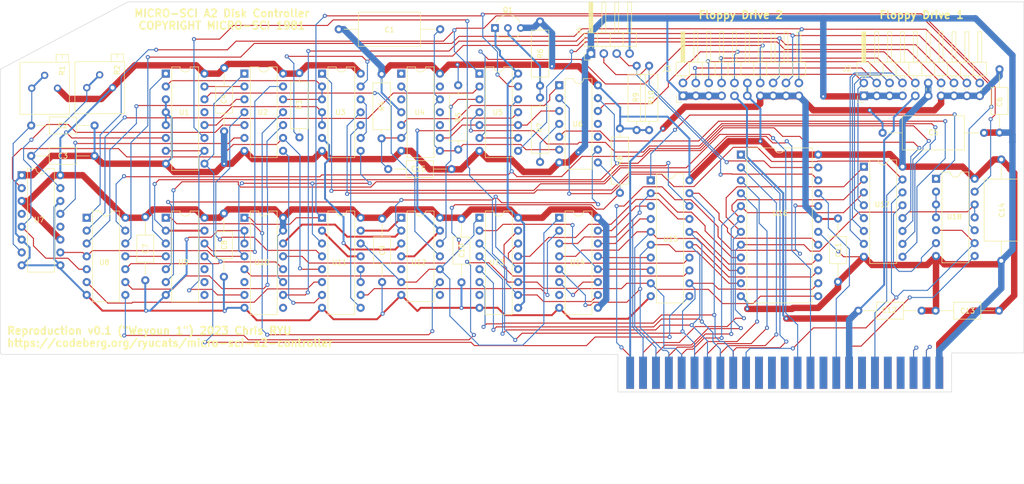
<source format=kicad_pcb>
(kicad_pcb (version 20221018) (generator pcbnew)

  (general
    (thickness 1.6)
  )

  (paper "A4")
  (layers
    (0 "F.Cu" signal)
    (31 "B.Cu" signal)
    (32 "B.Adhes" user "B.Adhesive")
    (33 "F.Adhes" user "F.Adhesive")
    (34 "B.Paste" user)
    (35 "F.Paste" user)
    (36 "B.SilkS" user "B.Silkscreen")
    (37 "F.SilkS" user "F.Silkscreen")
    (38 "B.Mask" user)
    (39 "F.Mask" user)
    (40 "Dwgs.User" user "User.Drawings")
    (41 "Cmts.User" user "User.Comments")
    (42 "Eco1.User" user "User.Eco1")
    (43 "Eco2.User" user "User.Eco2")
    (44 "Edge.Cuts" user)
    (45 "Margin" user)
    (46 "B.CrtYd" user "B.Courtyard")
    (47 "F.CrtYd" user "F.Courtyard")
    (48 "B.Fab" user)
    (49 "F.Fab" user)
    (50 "User.1" user)
    (51 "User.2" user)
    (52 "User.3" user)
    (53 "User.4" user)
    (54 "User.5" user)
    (55 "User.6" user)
    (56 "User.7" user)
    (57 "User.8" user)
    (58 "User.9" user)
  )

  (setup
    (stackup
      (layer "F.SilkS" (type "Top Silk Screen"))
      (layer "F.Paste" (type "Top Solder Paste"))
      (layer "F.Mask" (type "Top Solder Mask") (thickness 0.01))
      (layer "F.Cu" (type "copper") (thickness 0.035))
      (layer "dielectric 1" (type "core") (thickness 1.51) (material "FR4") (epsilon_r 4.5) (loss_tangent 0.02))
      (layer "B.Cu" (type "copper") (thickness 0.035))
      (layer "B.Mask" (type "Bottom Solder Mask") (thickness 0.01))
      (layer "B.Paste" (type "Bottom Solder Paste"))
      (layer "B.SilkS" (type "Bottom Silk Screen"))
      (copper_finish "None")
      (dielectric_constraints no)
    )
    (pad_to_mask_clearance 0)
    (pcbplotparams
      (layerselection 0x00010fc_ffffffff)
      (plot_on_all_layers_selection 0x0000000_00000000)
      (disableapertmacros false)
      (usegerberextensions false)
      (usegerberattributes true)
      (usegerberadvancedattributes true)
      (creategerberjobfile true)
      (dashed_line_dash_ratio 12.000000)
      (dashed_line_gap_ratio 3.000000)
      (svgprecision 4)
      (plotframeref false)
      (viasonmask false)
      (mode 1)
      (useauxorigin false)
      (hpglpennumber 1)
      (hpglpenspeed 20)
      (hpglpendiameter 15.000000)
      (dxfpolygonmode true)
      (dxfimperialunits true)
      (dxfusepcbnewfont true)
      (psnegative false)
      (psa4output false)
      (plotreference true)
      (plotvalue true)
      (plotinvisibletext false)
      (sketchpadsonfab false)
      (subtractmaskfromsilk false)
      (outputformat 1)
      (mirror false)
      (drillshape 1)
      (scaleselection 1)
      (outputdirectory "")
    )
  )

  (net 0 "")
  (net 1 "+5V")
  (net 2 "Net-(U4B-THR)")
  (net 3 "Net-(U7B-RCext)")
  (net 4 "GND")
  (net 5 "Net-(U7A-RCext)")
  (net 6 "Net-(J1-~{DMAIN})")
  (net 7 "Net-(J1-~{INTIN})")
  (net 8 "unconnected-(J1-~{DMA}-Pad22)")
  (net 9 "unconnected-(J1-~{RDY}-Pad21)")
  (net 10 "unconnected-(J1-~{IOSTRB}-Pad20)")
  (net 11 "unconnected-(J1-SYNC-Pad19)")
  (net 12 "R{slash}~{W}")
  (net 13 "unconnected-(J1-A15-Pad17)")
  (net 14 "unconnected-(J1-A14-Pad16)")
  (net 15 "unconnected-(J1-A13-Pad15)")
  (net 16 "unconnected-(J1-A12-Pad14)")
  (net 17 "unconnected-(J1-A11-Pad13)")
  (net 18 "unconnected-(J1-A10-Pad12)")
  (net 19 "unconnected-(J1-A9-Pad11)")
  (net 20 "unconnected-(J1-A8-Pad10)")
  (net 21 "A7")
  (net 22 "A6")
  (net 23 "A5")
  (net 24 "A4")
  (net 25 "A3")
  (net 26 "A2")
  (net 27 "A1")
  (net 28 "A0")
  (net 29 "~{IOSEL}")
  (net 30 "unconnected-(J1-~{NMI}-Pad29)")
  (net 31 "unconnected-(J1-~{IRQ}-Pad30)")
  (net 32 "~{RESET}")
  (net 33 "unconnected-(J1-~{INH}-Pad32)")
  (net 34 "-12V")
  (net 35 "-5V")
  (net 36 "unconnected-(J1-COLORREF{slash}M2B0-Pad35)")
  (net 37 "7M")
  (net 38 "Q3")
  (net 39 "unconnected-(J1-PHI1-Pad38)")
  (net 40 "unconnected-(J1-USER1{slash}SYNC{slash}M2SEL-Pad39)")
  (net 41 "unconnected-(J1-PHI0-Pad40)")
  (net 42 "~{DEVSEL}")
  (net 43 "D7")
  (net 44 "D6")
  (net 45 "D5")
  (net 46 "D4")
  (net 47 "D3")
  (net 48 "D2")
  (net 49 "D1")
  (net 50 "D0")
  (net 51 "+12V")
  (net 52 "PH0")
  (net 53 "PH1")
  (net 54 "PH2")
  (net 55 "PH3")
  (net 56 "~{WREQ}")
  (net 57 "~{EN.A}")
  (net 58 "RD")
  (net 59 "WR")
  (net 60 "PWM")
  (net 61 "~{EN.B}")
  (net 62 "Net-(J4-Pin_2)")
  (net 63 "Net-(J4-Pin_3)")
  (net 64 "Net-(U4A-THR)")
  (net 65 "Net-(R7-Pad1)")
  (net 66 "U10_13")
  (net 67 "Net-(U1-~{MR})")
  (net 68 "Net-(U1-CP)")
  (net 69 "Net-(U1-CEP)")
  (net 70 "Net-(U1-~{PE})")
  (net 71 "Net-(U1-Q3)")
  (net 72 "Net-(U1-Q2)")
  (net 73 "unconnected-(U1-Q1-Pad13)")
  (net 74 "U12_11")
  (net 75 "Net-(U1-TC)")
  (net 76 "Net-(U2-Pad3)")
  (net 77 "Net-(U11-D1)")
  (net 78 "U7_5")
  (net 79 "U7_13")
  (net 80 "U11_7")
  (net 81 "U7_2")
  (net 82 "Net-(U2-Pad10)")
  (net 83 "Net-(U12B-Q)")
  (net 84 "Net-(U2-Pad13)")
  (net 85 "Net-(U3-Pad4)")
  (net 86 "U12_3")
  (net 87 "Net-(U10A-C)")
  (net 88 "Net-(U3-Pad12)")
  (net 89 "Net-(U11-Cp)")
  (net 90 "unconnected-(U4A-DIS-Pad1)")
  (net 91 "unconnected-(U4A-CV-Pad3)")
  (net 92 "Net-(U4A-Q)")
  (net 93 "Net-(U4B-Q)")
  (net 94 "unconnected-(U4B-R-Pad10)")
  (net 95 "unconnected-(U4B-CV-Pad11)")
  (net 96 "unconnected-(U4B-DIS-Pad13)")
  (net 97 "U12_12")
  (net 98 "U17_10")
  (net 99 "U12_13")
  (net 100 "U17_11")
  (net 101 "U11_1")
  (net 102 "U17_9")
  (net 103 "U10_14")
  (net 104 "unconnected-(U6-Pad10)")
  (net 105 "unconnected-(U6-Pad11)")
  (net 106 "Net-(U17-Q7)")
  (net 107 "unconnected-(U7A-~{Q}-Pad4)")
  (net 108 "unconnected-(U7B-~{Q}-Pad12)")
  (net 109 "Net-(U13-S1)")
  (net 110 "Net-(U11-D2)")
  (net 111 "U13_11")
  (net 112 "Net-(U8-Pad11)")
  (net 113 "LATCH_D7")
  (net 114 "unconnected-(U9-Pad8)")
  (net 115 "unconnected-(U9-Pad9)")
  (net 116 "unconnected-(U9-Pad10)")
  (net 117 "U15_11")
  (net 118 "U12_6")
  (net 119 "unconnected-(U10A-Q-Pad6)")
  (net 120 "unconnected-(U10B-~{Q}-Pad9)")
  (net 121 "Net-(U11-D4)")
  (net 122 "U11_10")
  (net 123 "Net-(U11-D3)")
  (net 124 "Net-(U11-Q5)")
  (net 125 "unconnected-(U12A-Q-Pad5)")
  (net 126 "unconnected-(U12B-~{Q}-Pad8)")
  (net 127 "LATCH_D3")
  (net 128 "unconnected-(U13-Dsl-Pad7)")
  (net 129 "LATCH_D6")
  (net 130 "LATCH_D5")
  (net 131 "LATCH_D4")
  (net 132 "unconnected-(U14-Dsl-Pad7)")
  (net 133 "LATCH_D2")
  (net 134 "LATCH_D1")
  (net 135 "LATCH_D0")
  (net 136 "Net-(U15-OE)")
  (net 137 "Net-(U18-Pad2)")
  (net 138 "+5C")
  (net 139 "Net-(Q1-B)")

  (footprint "Package_DIP:DIP-16_W7.62mm" (layer "F.Cu") (at 93.65 103.61))

  (footprint "Capacitor_THT:C_Axial_L12.0mm_D6.5mm_P20.00mm_Horizontal" (layer "F.Cu") (at 219.5 86.85))

  (footprint "Capacitor_THT:C_Axial_L5.1mm_D3.1mm_P12.50mm_Horizontal" (layer "F.Cu") (at 51.6 91.4))

  (footprint "Capacitor_THT:C_Axial_L5.1mm_D3.1mm_P12.50mm_Horizontal" (layer "F.Cu") (at 210.7 103.75 -90))

  (footprint "Resistor_THT:R_Axial_DIN0309_L9.0mm_D3.2mm_P12.70mm_Horizontal" (layer "F.Cu") (at 151.95 92.6 90))

  (footprint "Package_DIP:DIP-16_W7.62mm" (layer "F.Cu") (at 108.95 103.61))

  (footprint "Capacitor_THT:C_Axial_L5.1mm_D3.1mm_P12.50mm_Horizontal" (layer "F.Cu") (at 120.8 103.8 -90))

  (footprint "Capacitor_THT:C_Axial_L5.1mm_D3.1mm_P12.50mm_Horizontal" (layer "F.Cu") (at 214.7 121.95))

  (footprint "Resistor_THT:R_Axial_DIN0309_L9.0mm_D3.2mm_P12.70mm_Horizontal" (layer "F.Cu") (at 173.45 86.3 90))

  (footprint "Capacitor_THT:C_Axial_L12.0mm_D6.5mm_P20.00mm_Horizontal" (layer "F.Cu") (at 112.25 66.4))

  (footprint "Capacitor_THT:C_Axial_L5.1mm_D3.1mm_P12.50mm_Horizontal" (layer "F.Cu") (at 89.6 102.75 -90))

  (footprint "Package_TO_SOT_THT:TO-92_Inline_Wide" (layer "F.Cu") (at 143.06 66.15))

  (footprint "Package_DIP:DIP-14_W7.62mm" (layer "F.Cu") (at 108.95 75.16))

  (footprint "Potentiometer_THT:Potentiometer_Bourns_3299P_Horizontal" (layer "F.Cu") (at 67.64 77.94 -90))

  (footprint "Capacitor_THT:C_Axial_L5.1mm_D3.1mm_P12.50mm_Horizontal" (layer "F.Cu") (at 74.1 103.45 -90))

  (footprint "Resistor_THT:R_Axial_DIN0309_L9.0mm_D3.2mm_P12.70mm_Horizontal" (layer "F.Cu") (at 151.95 64.85 -90))

  (footprint "Resistor_THT:R_Axial_DIN0309_L9.0mm_D3.2mm_P12.70mm_Horizontal" (layer "F.Cu") (at 135.8 77.45 -90))

  (footprint "Capacitor_THT:C_Axial_L5.1mm_D3.1mm_P12.50mm_Horizontal" (layer "F.Cu") (at 136.45 103.85 -90))

  (footprint "Package_DIP:DIP-14_W7.62mm" (layer "F.Cu") (at 124.58 75.16))

  (footprint "Resistor_THT:R_Axial_DIN0309_L9.0mm_D3.2mm_P12.70mm_Horizontal" (layer "F.Cu") (at 120.7 87.95 90))

  (footprint "Package_DIP:DIP-20_W7.62mm" (layer "F.Cu") (at 173.78 96.23))

  (footprint "apple2:Male_Card-Edge_50_pin__100_mil" (layer "F.Cu") (at 200.2 134.2))

  (footprint "Capacitor_THT:C_Axial_L5.1mm_D3.1mm_P12.50mm_Horizontal" (layer "F.Cu") (at 89.65 74.05 -90))

  (footprint "Resistor_THT:R_Axial_DIN0309_L9.0mm_D3.2mm_P12.70mm_Horizontal" (layer "F.Cu") (at 167.7 86 -90))

  (footprint "Package_DIP:DIP-16_W7.62mm" (layer "F.Cu") (at 155.73 103.61))

  (footprint "Capacitor_THT:C_Axial_L5.1mm_D3.1mm_P12.50mm_Horizontal" (layer "F.Cu") (at 122 94))

  (footprint "Capacitor_THT:C_Axial_L5.1mm_D3.1mm_P12.50mm_Horizontal" (layer "F.Cu") (at 51.6 85.4))

  (footprint "Package_DIP:DIP-16_W7.62mm" (layer "F.Cu") (at 140 103.61))

  (footprint "Package_DIP:DIP-16_W7.62mm" (layer "F.Cu") (at 49.73 95.22))

  (footprint "Capacitor_THT:C_Axial_L12.0mm_D6.5mm_P20.00mm_Horizontal" (layer "F.Cu") (at 242.9 92.1 -90))

  (footprint "Package_DIP:DIP-24_W15.24mm" (layer "F.Cu") (at 191.56 91.15))

  (footprint "Potentiometer_THT:Potentiometer_Bourns_3299P_Horizontal" (layer "F.Cu") (at 56.79 78.04 -90))

  (footprint "Package_DIP:DIP-14_W7.62mm" (layer "F.Cu") (at 230.03 95.92))

  (footprint "Resistor_THT:R_Axial_DIN0309_L9.0mm_D3.2mm_P12.70mm_Horizontal" (layer "F.Cu") (at 104.5 75.05 -90))

  (footprint "Package_DIP:DIP-14_W7.62mm" (layer "F.Cu") (at 78.15 103.61))

  (footprint "Capacitor_THT:C_Axial_L5.1mm_D3.1mm_P12.50mm_Horizontal" (layer "F.Cu") (at 242.55 74.3 -90))

  (footprint "Package_DIP:DIP-14_W7.62mm" (layer "F.Cu")
    (tstamp c5666bfe-9423-4d3b-972d-447a344b615a)
    (at 124.58 103.61)
    (descr "14-lead though-hole mounted DIP package, row spacing 7.62 mm (300 mils)")
    (tags "THT DIP DIL PDIP 2.54mm 7.62mm 300mil")
    (property "Sheetfile" "MicroSci Floppy Controller.kicad_sch")
    (property "Sheetname" "")
    (property "ki_description" "Dual D Flip-flop, Set & Reset")
    (property "ki_keywords" "TTL DFF")
    (path "/b800b97f-590a-472a-933d-d9f51ce13b87")
    (attr through_hole)
    (fp_text reference "U12" (at 3.45 8.79) (layer "F.SilkS")
        (effects (font (size 1 1) (thickness 0.15)))
      (tstamp 938139ee-1dc3-
... [329886 chars truncated]
</source>
